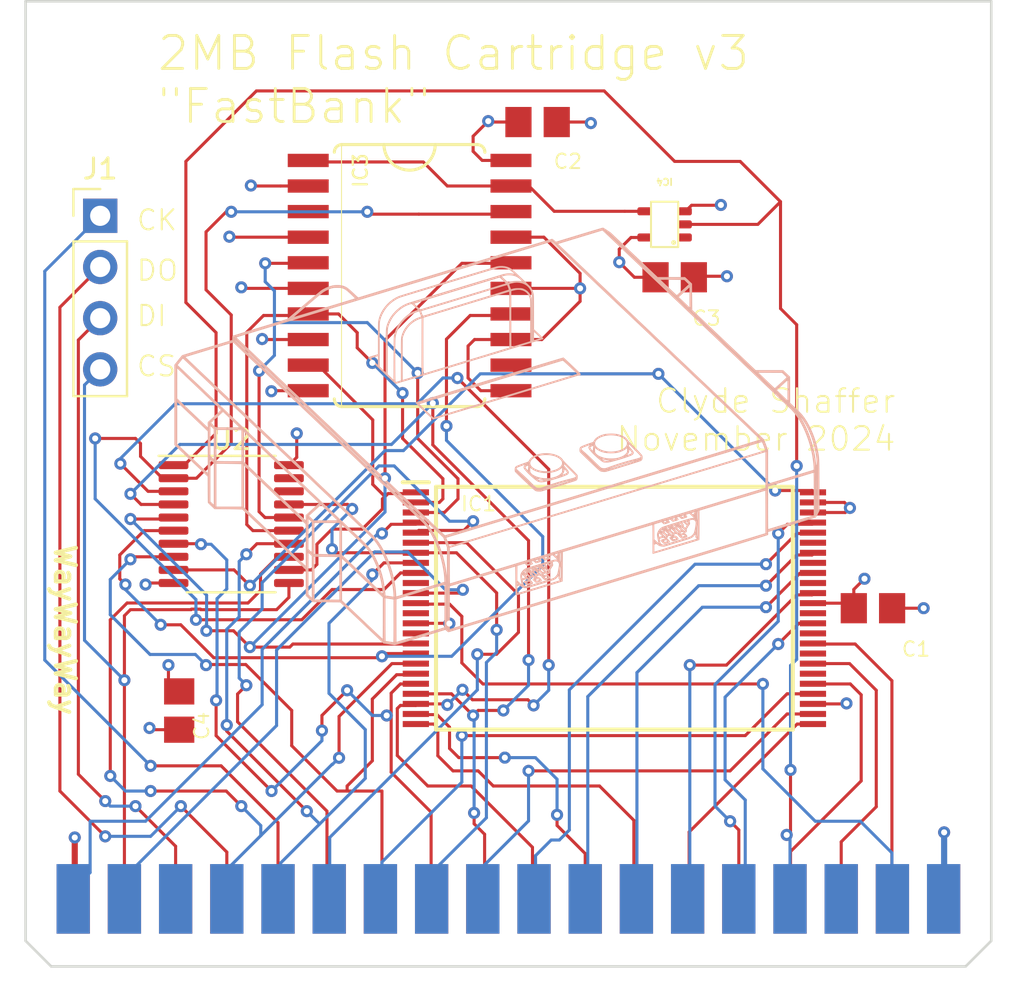
<source format=kicad_pcb>
(kicad_pcb (version 20221018) (generator pcbnew)
  (layers (0 "F.Cu" signal) (1 "In1.Cu" signal) (2 "In2.Cu" signal) (31 "B.Cu" signal) (34 "B.Paste" user) (35 "F.Paste" user) (36 "B.SilkS" user "B.Silkscreen") (37 "F.SilkS" user "F.Silkscreen") (38 "B.Mask" user) (39 "F.Mask" user) (44 "Edge.Cuts" user))
  (net 0 "")
  (net 1 "VCC")
  (net 2 "GND")
  (net 3 "/A16")
  (net 4 "/A-1")
  (net 5 "/D7")
  (net 7 "/D6")
  (net 9 "/D5")
  (net 11 "/D4")
  (net 13 "/D3")
  (net 15 "/D2")
  (net 17 "/D1")
  (net 19 "/D0")
  (net 20 "/~{OE}")
  (net 21 "/~{CS}")
  (net 22 "/A0")
  (net 23 "/A1")
  (net 24 "/A2")
  (net 25 "/A3")
  (net 26 "/A4")
  (net 27 "/A5")
  (net 28 "/A6")
  (net 29 "/A7")
  (net 30 "/A17")
  (net 31 "/A18")
  (net 32 "unconnected-(IC1-RY{slash}~{BY}-Pad15)")
  (net 34 "/~{RESET}")
  (net 35 "/~{WE}")
  (net 37 "/A19")
  (net 38 "/A8")
  (net 39 "/A9")
  (net 40 "/A10")
  (net 41 "/A11")
  (net 42 "/A12")
  (net 43 "/A13")
  (net 44 "/A14")
  (net 45 "/A15")
  (net 46 "/SCS")
  (net 47 "/SDI")
  (net 48 "/SDO")
  (net 49 "/SCK")
  (net 50 "/~{BANKING}")
  (net 52 "Net-(IC3A-G)")
  (net 56 "unconnected-(U$1B-READY-PadP$21)")
  (footprint "FlashCardBanked2M:C0805" (layer "F.Cu") (at 156.75 94.75)
    (fp_text reference "C3")
    (fp_text value "C-USC0805" hide)
  )
  (footprint "FlashCardBanked2M:C0805" (layer "F.Cu") (at 149.9489 87.0458)
    (fp_text reference "C2")
    (fp_text value "C-USC0805" hide)
  )
  (footprint "FlashCardBanked2M:C0805" (layer "F.Cu") (at 166.5859 111.1758)
    (fp_text reference "C1")
    (fp_text value "C-USC0805" hide)
  )
  (footprint "Package_SO:TSSOP-20_4.4x6.5mm_P0.65mm" (layer "F.Cu") (at 134.75 107)
    (fp_text reference "U2")
    (fp_text value "74HC374")
  )
  (footprint "Connector_PinHeader_2.54mm:PinHeader_1x04_P2.54mm_Vertical" (layer "F.Cu") (at 128.25 91.7)
    (fp_text reference "J1")
    (fp_text value "Conn_01x04")
  )
  (footprint "FlashCardBanked2M:SO20W" (layer "F.Cu") (at 143.5989 94.6658 -90)
    (fp_text reference "IC3")
    (fp_text value "74244DW")
  )
  (footprint "FlashCardBanked2M:SOP50P2000X120-48N" (layer "F.Cu") (at 153.7589 111.1758)
    (fp_text reference "IC1")
    (fp_text value "AS29CF160B-55TIN")
  )
  (footprint "FlashCardBanked2M:CARD36" (layer "F.Cu") (at 124.5489 128.9558)
    (fp_text reference "U$1" hide)
    (fp_text value "GT_CART3GT_CARD" hide)
    (fp_line (start 0 -47.9044) (end 0 -1.27) (stroke (width 0.127)) (layer "Edge.Cuts"))
    (fp_line (start 0 -1.27) (end 1.27 0) (stroke (width 0.127)) (layer "Edge.Cuts"))
    (fp_line (start 1.27 0) (end 46.6344 0) (stroke (width 0.127)) (layer "Edge.Cuts"))
    (fp_line (start 46.6344 0) (end 47.9044 -1.27) (stroke (width 0.127)) (layer "Edge.Cuts"))
    (fp_line (start 47.9044 -47.9044) (end 0 -47.9044) (stroke (width 0.127)) (layer "Edge.Cuts"))
    (fp_line (start 47.9044 -1.27) (end 47.9044 -47.9044) (stroke (width 0.127)) (layer "Edge.Cuts"))
  )
  (footprint "FlashCardBanked2M:TSSOP5" (layer "F.Cu") (at 156.25 92.1258 180)
    (fp_text reference "IC4")
    (fp_text value "74HC1G04GW")
  )
  (footprint "FlashCardBanked2M:C0805" (layer "F.Cu") (at 132.1689 116.2558 -90)
    (fp_text reference "C4")
    (fp_text value "C-USC0805" hide)
  )
  (footprint "FlashCardBanked2M:ConsoleOutline" (layer "B.Cu") (at 147.75 102.75 180)
    (fp_text reference "G***" hide)
    (fp_text value "LOGO" hide)
  )
  (gr_text "DI" (at 130 97.25) (layer "F.SilkS") (effects (font (size 1 1) (thickness 0.1)) (justify left bottom)))
  (gr_text "WayWayWay\n" (at 126.5 112.25 270) (layer "F.SilkS") (effects (font (size 1 1) (thickness 0.2) bold)))
  (gr_text "2MB Flash Cartridge v3\n{dblquote}FastBank{dblquote}" (at 131.0005 82.677) (layer "F.SilkS") (effects (font (size 1.63576 1.63576) (thickness 0.14224)) (justify left top)))
  (gr_text "CK" (at 130 92.5) (layer "F.SilkS") (effects (font (size 1 1) (thickness 0.1)) (justify left bottom)))
  (gr_text "DO" (at 130 95) (layer "F.SilkS") (effects (font (size 1 1) (thickness 0.1)) (justify left bottom)))
  (gr_text "Clyde Shaffer\nNovember 2024" (at 167.7797 103.4542) (layer "F.SilkS") (effects (font (size 1.1684 1.1684) (thickness 0.1016)) (justify right bottom)))
  (gr_text "CS" (at 130 99.75) (layer "F.SilkS") (effects (font (size 1 1) (thickness 0.1)) (justify left bottom)))
  (segment (start 146.5 98.1615) (end 146.8207 97.8408) (width 0.1524) (layer "F.Cu") (net 1))
  (segment (start 150.2608 92.7608) (end 148.6281 92.7608) (width 0.1524) (layer "F.Cu") (net 1))
  (segment (start 163.6089 110.9258) (end 165.3859 110.9258) (width 0.1524) (layer "F.Cu") (net 1))
  (segment (start 135.3008 95.3008) (end 138.5697 95.3008) (width 0.1524) (layer "F.Cu") (net 1))
  (segment (start 132.1689 115.3058) (end 131.6355 114.7724) (width 0.1524) (layer "F.Cu") (net 1))
  (segment (start 148.6281 88.9508) (end 147.2008 88.9508) (width 0.1524) (layer "F.Cu") (net 1))
  (segment (start 135.25 95.25) (end 135.3008 95.3008) (width 0.1524) (layer "F.Cu") (net 1))
  (segment (start 134.6835 92.7608) (end 134.6581 92.7354) (width 0.1524) (layer "F.Cu") (net 1))
  (segment (start 146.5 99.75) (end 146.5 98.1615) (width 0.1524) (layer "F.Cu") (net 1))
  (segment (start 165.3859 110.9258) (end 165.6359 111.1758) (width 0.1524) (layer "F.Cu") (net 1))
  (segment (start 135.7503 90.2208) (end 135.7249 90.1954) (width 0.1524) (layer "F.Cu") (net 1))
  (segment (start 146.75 88.5) (end 146.75 87.75) (width 0.1524) (layer "F.Cu") (net 1))
  (segment (start 137.6125 104.075) (end 138 103.6875) (width 0.1524) (layer "F.Cu") (net 1))
  (segment (start 152.0571 95.9429) (end 152.0571 95.3008) (width 0.1524) (layer "F.Cu") (net 1))
  (segment (start 138.5697 92.7608) (end 134.6835 92.7608) (width 0.1524) (layer "F.Cu") (net 1))
  (segment (start 146.8207 97.8408) (end 148.6281 97.8408) (width 0.1524) (layer "F.Cu") (net 1))
  (segment (start 148.6281 97.8408) (end 150.1592 97.8408) (width 0.1524) (layer "F.Cu") (net 1))
  (segment (start 126.9873 125.603) (end 126.9111 125.603) (width 0.1524) (layer "F.Cu") (net 1))
  (segment (start 148.6281 95.3008) (end 152.0571 95.3008) (width 0.1524) (layer "F.Cu") (net 1))
  (segment (start 146.75 87.75) (end 147.5 87) (width 0.1524) (layer "F.Cu") (net 1))
  (segment (start 147.1308 100.3808) (end 146.5 99.75) (width 0.1524) (layer "F.Cu") (net 1))
  (segment (start 131.6355 114.7724) (end 131.6355 114) (width 0.1524) (layer "F.Cu") (net 1))
  (segment (start 138.5697 90.2208) (end 137.1981 90.2208) (width 0.1524) (layer "F.Cu") (net 1))
  (segment (start 148.6281 100.3808) (end 147.1308 100.3808) (width 0.1524) (layer "F.Cu") (net 1))
  (segment (start 155.8 94.75) (end 154.75 94.75) (width 0.1524) (layer "F.Cu") (net 1))
  (segment (start 136.3091 97.8408) (end 136.2837 97.8154) (width 0.1524) (layer "F.Cu") (net 1))
  (segment (start 150.1592 97.8408) (end 152.0571 95.9429) (width 0.1524) (layer "F.Cu") (net 1))
  (segment (start 147.2008 88.9508) (end 146.75 88.5) (width 0.1524) (layer "F.Cu") (net 1))
  (segment (start 154 94) (end 154 93.3579) (width 0.1524) (layer "F.Cu") (net 1))
  (segment (start 154.5821 92.7758) (end 155.25 92.7758) (width 0.1524) (layer "F.Cu") (net 1))
  (segment (start 165.6359 111.1758) (end 165.6359 110.242919) (width 0.1524) (layer "F.Cu") (net 1))
  (segment (start 148.9989 87.0458) (end 147.5458 87.0458) (width 0.1524) (layer "F.Cu") (net 1))
  (segment (start 138.5697 97.8408) (end 136.3091 97.8408) (width 0.1524) (layer "F.Cu") (net 1))
  (segment (start 154 93.3579) (end 154.5821 92.7758) (width 0.1524) (layer "F.Cu") (net 1))
  (segment (start 145.5601 111.9258) (end 145.5721 111.9378) (width 0.1524) (layer "F.Cu") (net 1))
  (segment (start 154.75 94.75) (end 154 94) (width 0.1524) (layer "F.Cu") (net 1))
  (segment (start 152.0571 94.5571) (end 150.2608 92.7608) (width 0.1524) (layer "F.Cu") (net 1))
  (segment (start 152.0571 95.3008) (end 152.0571 94.5571) (width 0.1524) (layer "F.Cu") (net 1))
  (segment (start 126.9873 122.555) (end 126.9873 125.603) (width 0.3048) (layer "F.Cu") (net 1))
  (segment (start 147.5458 87.0458) (end 147.5 87) (width 0.1524) (layer "F.Cu") (net 1))
  (segment (start 165.6359 110.242919) (end 166.165159 109.71366) (width 0.1524) (layer "F.Cu") (net 1))
  (segment (start 137.1981 90.2208) (end 135.7503 90.2208) (width 0.1524) (layer "F.Cu") (net 1))
  (segment (start 143.9089 111.9258) (end 145.5601 111.9258) (width 0.1524) (layer "F.Cu") (net 1))
  (segment (start 138 103.6875) (end 138 102.5) (width 0.1524) (layer "F.Cu") (net 1))
  (via (at 126.9873 122.555) (size 0.6) (drill 0.3) (layers "F.Cu" "B.Cu") (net 1))
  (via (at 135.25 95.25) (size 0.6) (drill 0.3) (layers "F.Cu" "B.Cu") (net 1))
  (via (at 135.7249 90.1954) (size 0.6) (drill 0.3) (layers "F.Cu" "B.Cu") (net 1))
  (via (at 152.0571 95.3008) (size 0.6) (drill 0.3) (layers "F.Cu" "B.Cu") (net 1))
  (via (at 134.6581 92.7354) (size 0.6) (drill 0.3) (layers "F.Cu" "B.Cu") (net 1))
  (via (at 138 102.5) (size 0.6) (drill 0.3) (layers "F.Cu" "B.Cu") (net 1))
  (via (at 166.165159 109.71366) (size 0.6) (drill 0.3) (layers "F.Cu" "B.Cu") (net 1))
  (via (at 145.5721 111.9378) (size 0.6) (drill 0.3) (layers "F.Cu" "B.Cu") (net 1))
  (via (at 147.5 87) (size 0.6) (drill 0.3) (layers "F.Cu" "B.Cu") (net 1))
  (via (at 154 94) (size 0.6) (drill 0.3) (layers "F.Cu" "B.Cu") (net 1))
  (via (at 136.2837 97.8154) (size 0.6) (drill 0.3) (layers "F.Cu" "B.Cu") (net 1))
  (via (at 131.6355 114) (size 0.6) (drill 0.3) (layers "F.Cu" "B.Cu") (net 1))
  (segment (start 150.8989 87.0458) (end 152.5397 87.0458) (width 0.1524) (layer "F.Cu") (net 2))
  (segment (start 165.2465 115.9258) (end 165.2721 115.9002) (width 0.1524) (layer "F.Cu") (net 2))
  (segment (start 163.6089 106.4258) (end 165.2145 106.4258) (width 0.1524) (layer "F.Cu") (net 2))
  (segment (start 165.2145 106.4258) (end 165.4429 106.1974) (width 0.1524) (layer "F.Cu") (net 2))
  (segment (start 167.5359 111.1758) (end 169.1005 111.1758) (width 0.1524) (layer "F.Cu") (net 2))
  (segment (start 130.7821 117.2058) (end 130.6957 117.1194) (width 0.1524) (layer "F.Cu") (net 2))
  (segment (start 136.7663 100.3808) (end 136.7409 100.4062) (width 0.1524) (layer "F.Cu") (net 2))
  (segment (start 132.1689 117.2058) (end 130.7821 117.2058) (width 0.1524) (layer "F.Cu") (net 2))
  (segment (start 165.1713 105.9258) (end 163.6089 105.9258) (width 0.1524) (layer "F.Cu") (net 2))
  (segment (start 131.8875 109.925) (end 130.575 109.925) (width 0.1524) (layer "F.Cu") (net 2))
  (segment (start 163.6089 115.9258) (end 165.2465 115.9258) (width 0.1524) (layer "F.Cu") (net 2))
  (segment (start 130.575 109.925) (end 130.5 110) (width 0.1524) (layer "F.Cu") (net 2))
  (segment (start 157.7 94.75) (end 157.7508 94.6992) (width 0.1524) (layer "F.Cu") (net 2))
  (segment (start 152.5397 87.0458) (end 152.5905 87.0966) (width 0.1524) (layer "F.Cu") (net 2))
  (segment (start 157.2889 91.4758) (end 157.5889 91.1758) (width 0.1524) (layer "F.Cu") (net 2))
  (segment (start 157.5889 91.1758) (end 159.0269 91.1758) (width 0.1524) (layer "F.Cu") (net 2))
  (segment (start 157.7508 94.6992) (end 159.3408 94.6992) (width 0.1524) (layer "F.Cu") (net 2))
  (segment (start 159.0269 91.1758) (end 159.0421 91.1606) (width 0.1524) (layer "F.Cu") (net 2))
  (segment (start 138.5697 100.3808) (end 136.7663 100.3808) (width 0.1524) (layer "F.Cu") (net 2))
  (segment (start 165.4429 106.1974) (end 165.1713 105.9258) (width 0.1524) (layer "F.Cu") (net 2))
  (via (at 159.0421 91.1606) (size 0.6) (drill 0.3) (layers "F.Cu" "B.Cu") (net 2))
  (via (at 130.6957 117.1194) (size 0.6) (drill 0.3) (layers "F.Cu" "B.Cu") (net 2))
  (via (at 130.5 110) (size 0.6) (drill 0.3) (layers "F.Cu" "B.Cu") (net 2))
  (via (at 170.1165 122.301) (size 0.6) (drill 0.3) (layers "F.Cu" "B.Cu") (net 2))
  (via (at 165.4429 106.1974) (size 0.6) (drill 0.3) (layers "F.Cu" "B.Cu") (net 2))
  (via (at 165.2721 115.9002) (size 0.6) (drill 0.3) (layers "F.Cu" "B.Cu") (net 2))
  (via (at 136.7409 100.4062) (size 0.6) (drill 0.3) (layers "F.Cu" "B.Cu") (net 2))
  (via (at 159.3408 94.6992) (size 0.6) (drill 0.3) (layers "F.Cu" "B.Cu") (net 2))
  (via (at 152.5905 87.0966) (size 0.6) (drill 0.3) (layers "F.Cu" "B.Cu") (net 2))
  (via (at 169.1005 111.1758) (size 0.6) (drill 0.3) (layers "F.Cu" "B.Cu") (net 2))
  (segment (start 170.1165 125.5776) (end 170.0911 125.603) (width 0.1524) (layer "B.Cu") (net 2))
  (segment (start 170.1165 122.301) (end 170.1165 125.5776) (width 0.3048) (layer "B.Cu") (net 2))
  (segment (start 161.7345 105.3338) (end 163.5633 105.3338) (width 0.1524) (layer "F.Cu") (net 3))
  (segment (start 163.5633 105.3338) (end 163.6089 105.4258) (width 0.1524) (layer "F.Cu") (net 3))
  (segment (start 134.8909 109.275) (end 135.6741 110.0582) (width 0.1524) (layer "F.Cu") (net 3))
  (segment (start 148.9329 99.5426) (end 155.9433 99.5426) (width 0.1524) (layer "F.Cu") (net 3))
  (segment (start 148.6281 99.2378) (end 148.6281 99.1108) (width 0.1524) (layer "F.Cu") (net 3))
  (segment (start 131.8875 109.275) (end 134.8909 109.275) (width 0.1524) (layer "F.Cu") (net 3))
  (segment (start 148.6281 99.2378) (end 148.9329 99.5426) (width 0.1524) (layer "F.Cu") (net 3))
  (via (at 161.7345 105.3338) (size 0.6) (drill 0.3) (layers "F.Cu" "B.Cu") (net 3))
  (via (at 155.9433 99.5426) (size 0.6) (drill 0.3) (layers "F.Cu" "B.Cu") (net 3))
  (via (at 135.6741 110.0582) (size 0.6) (drill 0.3) (layers "F.Cu" "B.Cu") (net 3))
  (segment (start 147.1041 99.5426) (end 143.2941 103.3526) (width 0.1524) (layer "B.Cu") (net 3))
  (segment (start 142.3797 103.3526) (end 135.6741 110.0582) (width 0.1524) (layer "B.Cu") (net 3))
  (segment (start 155.9433 99.5426) (end 161.7345 105.3338) (width 0.1524) (layer "B.Cu") (net 3))
  (segment (start 155.9433 99.5426) (end 147.1041 99.5426) (width 0.1524) (layer "B.Cu") (net 3))
  (segment (start 143.2941 103.3526) (end 142.3797 103.3526) (width 0.1524) (layer "B.Cu") (net 3))
  (segment (start 161.8869 107.4674) (end 162.3441 107.0102) (width 0.1524) (layer "F.Cu") (net 4))
  (segment (start 163.5633 107.0102) (end 163.6089 106.9258) (width 0.1524) (layer "F.Cu") (net 4))
  (segment (start 159.9311 122.1811) (end 159.9311 125.603) (width 0.1524) (layer "F.Cu") (net 4))
  (segment (start 159.5 121.75) (end 159.9311 122.1811) (width 0.1524) (layer "F.Cu") (net 4))
  (segment (start 162.3441 107.0102) (end 163.5633 107.0102) (width 0.1524) (layer "F.Cu") (net 4))
  (via (at 161.8869 107.4674) (size 0.6) (drill 0.3) (layers "F.Cu" "B.Cu") (net 4))
  (via (at 159.5 121.75) (size 0.6) (drill 0.3) (layers "F.Cu" "B.Cu") (net 4))
  (segment (start 161.8869 111.82625) (end 161.8869 107.4674) (width 0.1524) (layer "B.Cu") (net 4))
  (segment (start 158.75 114.96315) (end 161.8869 111.82625) (width 0.1524) (layer "B.Cu") (net 4))
  (segment (start 158.75 121) (end 158.75 114.96315) (width 0.1524) (layer "B.Cu") (net 4))
  (segment (start 159.5 121.75) (end 158.75 121) (width 0.1524) (layer "B.Cu") (net 4))
  (segment (start 163.5633 107.4674) (end 163.6089 107.4258) (width 0.1524) (layer "F.Cu") (net 5))
  (segment (start 161.2773 108.9914) (end 162.8013 107.4674) (width 0.1524) (layer "F.Cu") (net 5))
  (segment (start 162.8013 107.4674) (end 163.5633 107.4674) (width 0.1524) (layer "F.Cu") (net 5))
  (via (at 161.2773 108.9914) (size 0.6) (drill 0.3) (layers "F.Cu" "B.Cu") (net 5))
  (segment (start 151.027527 122.682) (end 151.5237 122.185827) (width 0.1524) (layer "B.Cu") (net 5))
  (segment (start 149.8473 125.603) (end 149.8473 123.4567) (width 0.1524) (layer "B.Cu") (net 5))
  (segment (start 149.8473 123.4567) (end 150.622 122.682) (width 0.1524) (layer "B.Cu") (net 5))
  (segment (start 149.7711 125.603) (end 149.8473 125.603) (width 0.1524) (layer "B.Cu") (net 5))
  (segment (start 151.5237 115.2263) (end 157.7586 108.9914) (width 0.1524) (layer "B.Cu") (net 5))
  (segment (start 151.5237 122.185827) (end 151.5237 115.2263) (width 0.1524) (layer "B.Cu") (net 5))
  (segment (start 150.622 122.682) (end 151.027527 122.682) (width 0.1524) (layer "B.Cu") (net 5))
  (segment (start 157.7586 108.9914) (end 161.2773 108.9914) (width 0.1524) (layer "B.Cu") (net 5))
  (segment (start 162.8013 108.5342) (end 163.5633 108.5342) (width 0.1524) (layer "F.Cu") (net 7))
  (segment (start 161.2773 110.0582) (end 162.8013 108.5342) (width 0.1524) (layer "F.Cu") (net 7))
  (segment (start 163.5633 108.5342) (end 163.6089 108.4258) (width 0.1524) (layer "F.Cu") (net 7))
  (via (at 161.2773 110.0582) (size 0.6) (drill 0.3) (layers "F.Cu" "B.Cu") (net 7))
  (segment (start 152.3111 125.603) (end 152.4381 125.603) (width 0.1524) (layer "B.Cu") (net 7))
  (segment (start 152.4381 125.603) (end 152.4381 115.5619) (width 0.1524) (layer "B.Cu") (net 7))
  (segment (start 157.9418 110.0582) (end 161.2773 110.0582) (width 0.1524) (layer "B.Cu") (net 7))
  (segment (start 152.4381 115.5619) (end 157.9418 110.0582) (width 0.1524) (layer "B.Cu") (net 7))
  (segment (start 163.5633 109.4486) (end 163.6089 109.4258) (width 0.1524) (layer "F.Cu") (net 9))
  (segment (start 161.2773 111.125) (end 162.9537 109.4486) (width 0.1524) (layer "F.Cu") (net 9))
  (segment (start 162.9537 109.4486) (end 163.5633 109.4486) (width 0.1524) (layer "F.Cu") (net 9))
  (via (at 161.2773 111.125) (size 0.6) (drill 0.3) (layers "F.Cu" "B.Cu") (net 9))
  (segment (start 154.8511 125.603) (end 154.8765 125.603) (width 0.1524) (layer "B.Cu") (net 9))
  (segment (start 154.8765 125.603) (end 154.8765 114.3735) (width 0.1524) (layer "B.Cu") (net 9))
  (segment (start 154.8765 114.3735) (end 158.125 111.125) (width 0.1524) (layer "B.Cu") (net 9))
  (segment (start 158.125 111.125) (end 161.2773 111.125) (width 0.1524) (layer "B.Cu") (net 9))
  (segment (start 157.5 114) (end 159.3167 114) (width 0.1524) (layer "F.Cu") (net 11))
  (segment (start 162.8013 110.5154) (end 163.5633 110.5154) (width 0.1524) (layer "F.Cu") (net 11))
  (segment (start 159.3167 114) (end 162.8013 110.5154) (width 0.1524) (layer "F.Cu") (net 11))
  (segment (start 163.5633 110.5154) (end 163.6089 110.4258) (width 0.1524) (layer "F.Cu") (net 11))
  (via (at 157.5 114) (size 0.6) (drill 0.3) (layers "F.Cu" "B.Cu") (net 11))
  (segment (start 157.5 125.603) (end 157.3911 125.603) (width 0.1524) (layer "B.Cu") (net 11))
  (segment (start 157.5 114) (end 157.5 125.603) (width 0.1524) (layer "B.Cu") (net 11))
  (segment (start 162.9149 111.9258) (end 163.6089 111.9258) (width 0.1524) (layer "F.Cu") (net 13))
  (segment (start 161.8869 112.9538) (end 162.9149 111.9258) (width 0.1524) (layer "F.Cu") (net 13))
  (via (at 161.8869 112.9538) (size 0.6) (drill 0.3) (layers "F.Cu" "B.Cu") (net 13))
  (segment (start 160.25 120.694377) (end 159.25 119.694377) (width 0.1524) (layer "B.Cu") (net 13))
  (segment (start 159.9311 125.603) (end 160.25 125.2841) (width 0.1524) (layer "B.Cu") (net 13))
  (segment (start 159.25 119.694377) (end 159.25 115.5907) (width 0.1524) (layer "B.Cu") (net 13))
  (segment (start 160.25 125.2841) (end 160.25 120.694377) (width 0.1524) (layer "B.Cu") (net 13))
  (segment (start 159.25 115.5907) (end 161.8869 112.9538) (width 0.1524) (layer "B.Cu") (net 13))
  (segment (start 165.7038 112.9538) (end 163.7157 112.9538) (width 0.1524) (layer "F.Cu") (net 15))
  (segment (start 167.5257 125.603) (end 167.5257 114.7757) (width 0.1524) (layer "F.Cu") (net 15))
  (segment (start 163.7157 112.9538) (end 163.6089 112.9258) (width 0.1524) (layer "F.Cu") (net 15))
  (segment (start 167.5511 125.603) (end 167.5257 125.603) (width 0.1524) (layer "F.Cu") (net 15))
  (segment (start 167.5257 114.7757) (end 165.7038 112.9538) (width 0.1524) (layer "F.Cu") (net 15))
  (segment (start 166.75 121.032) (end 166.75 115.25) (width 0.1524) (layer "F.Cu") (net 17))
  (segment (start 165.0111 125.603) (end 165.0111 122.7709) (width 0.1524) (layer "F.Cu") (net 17))
  (segment (start 165.4258 113.9258) (end 163.6089 113.9258) (width 0.1524) (layer "F.Cu") (net 17))
  (segment (start 165.0111 122.7709) (end 166.75 121.032) (width 0.1524) (layer "F.Cu") (net 17))
  (segment (start 166.75 115.25) (end 165.4258 113.9258) (width 0.1524) (layer "F.Cu") (net 17))
  (segment (start 166.0017 119.7483) (end 166.0017 115.47435) (width 0.1524) (layer "F.Cu") (net 19))
  (segment (start 162.4965 123.2535) (end 166.0017 119.7483) (width 0.1524) (layer "F.Cu") (net 19))
  (segment (start 162.4965 125.603) (end 162.4965 123.2535) (width 0.1524) (layer "F.Cu") (net 19))
  (segment (start 166.0017 115.47435) (end 165.46235 114.935) (width 0.1524) (layer "F.Cu") (net 19))
  (segment (start 162.4711 125.603) (end 162.4965 125.603) (width 0.1524) (layer "F.Cu") (net 19))
  (segment (start 165.46235 114.935) (end 163.7157 114.935) (width 0.1524) (layer "F.Cu") (net 19))
  (segment (start 163.7157 114.935) (end 163.6089 114.9258) (width 0.1524) (layer "F.Cu") (net 19))
  (segment (start 160.25 117.5) (end 162.3242 115.4258) (width 0.1524) (layer "F.Cu") (net 20))
  (segment (start 162.3242 115.4258) (end 163.6089 115.4258) (width 0.1524) (layer "F.Cu") (net 20))
  (segment (start 146.1897 117.5) (end 160.25 117.5) (width 0.1524) (layer "F.Cu") (net 20))
  (via (at 146.1897 117.5) (size 0.6) (drill 0.3) (layers "F.Cu" "B.Cu") (net 20))
  (segment (start 142.2273 123.7742) (end 142.2273 125.603) (width 0.1524) (layer "B.Cu") (net 20))
  (segment (start 142.2273 125.603) (end 142.1511 125.603) (width 0.1524) (layer "B.Cu") (net 20))
  (segment (start 146.1897 117.5) (end 146.1897 119.8118) (width 0.1524) (layer "B.Cu") (net 20))
  (segment (start 146.1897 119.8118) (end 142.2273 123.7742) (width 0.1524) (layer "B.Cu") (net 20))
  (segment (start 162.3242 116.4258) (end 163.6089 116.4258) (width 0.1524) (layer "F.Cu") (net 21))
  (segment (start 149.5 119.25) (end 159.5 119.25) (width 0.1524) (layer "F.Cu") (net 21))
  (segment (start 159.5 119.25) (end 162.3242 116.4258) (width 0.1524) (layer "F.Cu") (net 21))
  (via (at 149.5 119.25) (size 0.6) (drill 0.3) (layers "F.Cu" "B.Cu") (net 21))
  (segment (start 149.5 121.7339) (end 147.2565 123.9774) (width 0.1524) (layer "B.Cu") (net 21))
  (segment (start 149.5 119.25) (end 149.5 121.7339) (width 0.1524) (layer "B.Cu") (net 21))
  (segment (start 147.2565 125.603) (end 147.2311 125.603) (width 0.1524) (layer "B.Cu") (net 21))
  (segment (start 147.2565 123.9774) (end 147.2565 125.603) (width 0.1524) (layer "B.Cu") (net 21))
  (segment (start 157.3911 125.603) (end 157.4673 125.603) (width 0.1524) (layer "F.Cu") (net 22))
  (segment (start 157.4673 122.2827) (end 162.8242 116.9258) (width 0.1524) (layer "F.Cu") (net 22))
  (segment (start 162.8242 116.9258) (end 163.6089 116.9258) (width 0.1524) (layer "F.Cu") (net 22))
  (segment (start 157.4673 125.603) (end 157.4673 122.2827) (width 0.1524) (layer "F.Cu") (net 22))
  (segment (start 153.02 120) (end 147.75 120) (width 0.1524) (layer "F.Cu") (net 23))
  (segment (start 154.7241 125.603) (end 154.7241 121.7041) (width 0.1524) (layer "F.Cu") (net 23))
  (segment (start 144.8008 116.9258) (end 143.9089 116.9258) (width 0.1524) (layer "F.Cu") (net 23))
  (segment (start 145.75 119.25) (end 145 118.5) (width 0.1524) (layer "F.Cu") (net 23))
  (segment (start 154.7241 121.7041) (end 153.02 120) (width 0.1524) (layer "F.Cu") (net 23))
  (segment (start 154.8511 125.603) (end 154.7241 125.603) (width 0.1524) (layer "F.Cu") (net 23))
  (segment (start 145 118.5) (end 145 117.125) (width 0.1524) (layer "F.Cu") (net 23))
  (segment (start 147 119.25) (end 145.75 119.25) (width 0.1524) (layer "F.Cu") (net 23))
  (segment (start 145 117.125) (end 144.8008 116.9258) (width 0.1524) (layer "F.Cu") (net 23))
  (segment (start 147.75 120) (end 147 119.25) (width 0.1524) (layer "F.Cu") (net 23))
  (segment (start 144.0561 116.459) (end 143.9089 116.4258) (width 0.1524) (layer "F.Cu") (net 24))
  (segment (start 152.3111 123.3551) (end 152.3111 125.603) (width 0.1524) (layer "F.Cu") (net 24))
  (segment (start 150.9141 121.4321) (end 150.9141 121.9581) (width 0.1524) (layer "F.Cu") (net 24))
  (segment (start 145.5801 118.1354) (end 145.5801 117.0801) (width 0.1524) (layer "F.Cu") (net 24))
  (segment (start 144.959 116.459) (end 144.0561 116.459) (width 0.1524) (layer "F.Cu") (net 24))
  (segment (start 148.3233 118.5926) (end 146.0373 118.5926) (width 0.1524) (layer "F.Cu") (net 24))
  (segment (start 145.5801 117.0801) (end 144.959 116.459) (width 0.1524) (layer "F.Cu") (net 24))
  (segment (start 150.9141 121.9581) (end 152.3111 123.3551) (width 0.1524) (layer "F.Cu") (net 24))
  (segment (start 146.0373 118.5926) (end 145.5801 118.1354) (width 0.1524) (layer "F.Cu") (net 24))
  (via (at 148.3233 118.5926) (size 0.6) (drill 0.3) (layers "F.Cu" "B.Cu") (net 24))
  (via (at 150.9141 121.4321) (size 0.6) (drill 0.3) (layers "F.Cu" "B.Cu") (net 24))
  (segment (start 150.9141 119.6641) (end 149.8426 118.5926) (width 0.1524) (layer "B.Cu") (net 24))
  (segment (start 150.9141 121.4321) (end 150.9141 119.6641) (width 0.1524) (layer "B.Cu") (net 24))
  (segment (start 149.8426 118.5926) (end 148.3233 118.5926) (width 0.1524) (layer "B.Cu") (net 24))
  (segment (start 149.7711 125.603) (end 149.6949 125.603) (width 0.1524) (layer "F.Cu") (net 25))
  (segment (start 145.4258 115.9258) (end 143.9089 115.9258) (width 0.1524) (layer "F.Cu") (net 25))
  (segment (start 130.625 105.375) (end 131.8875 105.375) (width 0.1524) (layer "F.Cu") (net 25))
  (segment (start 149.75 116) (end 149.4714 115.7214) (width 0.1524) (layer "F.Cu") (net 25))
  (segment (start 129.25 104) (end 130.625 105.375) (width 0.1524) (layer "F.Cu") (net 25))
  (segment (start 145.9719 99.75) (end 150.5 104.2781) (width 0.1524) (layer "F.Cu") (net 25))
  (segment (start 142.9893 116.1542) (end 143.1417 116.0018) (width 0.1524) (layer "F.Cu") (net 25))
  (segment (start 146.65095 120) (end 144.5 120) (width 0.1524) (layer "F.Cu") (net 25))
  (segment (start 143.9037 116.0018) (end 143.9089 115.9258) (width 0.1524) (layer "F.Cu") (net 25))
  (segment (start 145.472326 115.972326) (end 145.4258 115.9258) (width 0.1524) (layer "F.Cu") (net 25))
  (segment (start 149.4714 115.7214) (end 146.718248 115.7214) (width 0.1524) (layer "F.Cu") (net 25))
  (segment (start 149.6949 125.603) (end 149.6949 123.04395) (width 0.1524) (layer "F.Cu") (net 25))
  (segment (start 149.6949 123.04395) (end 146.65095 120) (width 0.1524) (layer "F.Cu") (net 25))
  (segment (start 143.1417 116.0018) (end 143.9037 116.0018) (width 0.1524) (layer "F.Cu") (net 25))
  (segment (start 144.5 120) (end 142.9893 118.4893) (width 0.1524) (layer "F.Cu") (net 25))
  (segment (start 142.9893 118.4893) (end 142.9893 116.1542) (width 0.1524) (layer "F.Cu") (net 25))
  (segment (start 150.5 104.2781) (end 150.5 114) (width 0.1524) (layer "F.Cu") (net 25))
  (segment (start 146.718248 115.7214) (end 146.22075 115.223902) (width 0.1524) (layer "F.Cu") (net 25))
  (via (at 149.75 116) (size 0.6) (drill 0.3) (layers "F.Cu" "B.Cu") (net 25))
  (via (at 150.5 114) (size 0.6) (drill 0.3) (layers "F.Cu" "B.Cu") (net 25))
  (via (at 129.25 104) (size 0.6) (drill 0.3) (layers "F.Cu" "B.Cu") (net 25))
  (via (at 145.9719 99.75) (size 0.6) (drill 0.3) (layers "F.Cu" "B.Cu") (net 25))
  (via (at 146.22075 115.223902) (size 0.6) (drill 0.3) (layers "F.Cu" "B.Cu") (net 25))
  (via (at 145.472326 115.972326) (size 0.6) (drill 0.3) (layers "F.Cu" "B.Cu") (net 25))
  (segment (start 143.9714 101.0286) (end 145.25 99.75) (width 0.1524) (layer "B.Cu") (net 25))
  (segment (start 146.22075 115.223902) (end 145.472326 115.972326) (width 0.1524) (layer "B.Cu") (net 25))
  (segment (start 129.25 103.75) (end 131.9714 101.0286) (width 0.1524) (layer "B.Cu") (net 25))
  (segment (start 129.25 104) (end 129.25 103.75) (width 0.1524) (layer "B.Cu") (net 25))
  (segment (start 145.25 99.75) (end 145.9719 99.75) (width 0.1524) (layer "B.Cu") (net 25))
  (segment (start 131.9714 101.0286) (end 143.9714 101.0286) (width 0.1524) (layer "B.Cu") (net 25))
  (segment (start 150.5 114) (end 150.5 115.25) (width 0.1524) (layer "B.Cu") (net 25))
  (segment (start 150.5 115.25) (end 149.75 116) (width 0.1524) (layer "B.Cu") (net 25))
  (segment (start 144.75 103.068948) (end 149.5 107.818948) (width 0.1524) (layer "F.Cu") (net 26))
  (segment (start 149.5 107.818948) (end 149.5 113.75) (width 0.1524) (layer "F.Cu") (net 26))
  (segment (start 131.8875 106.025) (end 130.275 106.025) (width 0.1524) (layer "F.Cu") (net 26))
  (segment (start 148.25 116.25) (end 147 116.25) (width 0.1524) (layer "F.Cu") (net 26))
  (segment (start 147.1041 125.603) (end 147.32 125.3871) (width 0.1524) (layer "F.Cu") (net 26))
  (segment (start 147.2311 125.603) (end 147.1041 125.603) (width 0.1524) (layer "F.Cu") (net 26))
  (segment (start 146.7993 121.87555) (end 146.7993 121.3358) (width 0.1524) (layer "F.Cu") (net 26))
  (segment (start 145.6758 115.4258) (end 143.9089 115.4258) (width 0.1524) (layer "F.Cu") (net 26))
  (segment (start 146.75 116.5) (end 145.6758 115.4258) (width 0.1524) (layer "F.Cu") (net 26))
  (segment (start 147.32 122.39625) (end 146.7993 121.87555) (width 0.1524) (layer "F.Cu") (net 26))
  (segment (start 130.275 106.025) (end 129.75 105.5) (width 0.1524) (layer "F.Cu") (net 26))
  (segment (start 147 116.25) (end 146.75 116.5) (width 0.1524) (layer "F.Cu") (net 26))
  (segment (start 147.32 125.3871) (end 147.32 122.39625) (width 0.1524) (layer "F.Cu") (net 26))
  (segment (start 144.75 101) (end 144.75 103.068948) (width 0.1524) (layer "F.Cu") (net 26))
  (via (at 148.25 116.25) (size 0.6) (drill 0.3) (layers "F.Cu" "B.Cu") (net 26))
  (via (at 144.75 101) (size 0.6) (drill 0.3) (layers "F.Cu" "B.Cu") (net 26))
  (via (at 146.75 116.5) (size 0.6) (drill 0.3) (layers "F.Cu" "B.Cu") (net 26))
  (via (at 149.5 113.75) (size 0.6) (drill 0.3) (layers "F.Cu" "B.Cu") (net 26))
  (via (at 129.75 105.5) (size 0.6) (drill 0.3) (layers "F.Cu" "B.Cu") (net 26))
  (via (at 146.7993 121.3358) (size 0.6) (drill 0.3) (layers "F.Cu" "B.Cu") (net 26))
  (segment (start 149.5 115) (end 148.25 116.25) (width 0.1524) (layer "B.Cu") (net 26))
  (segment (start 146.75 116.5) (end 146.7993 116.5493) (width 0.1524) (layer "B.Cu") (net 26))
  (segment (start 132.2022 103.0478) (end 142.7022 103.0478) (width 0.1524) (layer "B.Cu") (net 26))
  (segment (start 142.7022 103.0478) (end 144.75 101) (width 0.1524) (layer "B.Cu") (net 26))
  (segment (start 149.5 113.75) (end 149.5 115) (width 0.1524) (layer "B.Cu") (net 26))
  (segment (start 129.75 105.5) (end 132.2022 103.0478) (width 0.1524) (layer "B.Cu") (net 26))
  (segment (start 146.7993 116.5493) (end 146.7993 121.3358) (width 0.1524) (layer "B.Cu") (net 26))
  (segment (start 142.6845 115.3922) (end 143.1417 114.935) (width 0.1524) (layer "F.Cu") (net 27))
  (segment (start 139.25 117.25) (end 139.25 116.5) (width 0.1524) (layer "F.Cu") (net 27))
  (segment (start 143.1417 114.935) (end 143.9037 114.935) (width 0.1524) (layer "F.Cu") (net 27))
  (segment (start 144.6911 125.603) (end 144.6657 125.603) (width 0.1524) (layer "F.Cu") (net 27))
  (segment (start 144.6657 125.603) (end 144.6657 121.2977) (width 0.1524) (layer "F.Cu") (net 27))
  (segment (start 133.225 107.975) (end 133.25 108) (width 0.1524) (layer "F.Cu") (net 27))
  (segment (start 134 115.75) (end 134 117.5) (width 0.1524) (layer "F.Cu") (net 27))
  (segment (start 139.25 116.5) (end 140.5 115.25) (width 0.1524) (layer "F.Cu") (net 27))
  (segment (start 134 117.5) (end 136.75 120.25) (width 0.1524) (layer "F.Cu") (net 27))
  (segment (start 131.8875 107.975) (end 133.225 107.975) (width 0.1524) (layer "F.Cu") (net 27))
  (segment (start 142.6845 119.3165) (end 142.6845 115.3922) (width 0.1524) (layer "F.Cu") (net 27))
  (segment (start 144.6657 121.2977) (end 142.6845 119.3165) (width 0.1524) (layer "F.Cu") (net 27))
  (segment (start 143.9037 114.935) (end 143.9089 114.9258) (width 0.1524) (layer "F.Cu") (net 27))
  (via (at 139.25 117.25) (size 0.6) (drill 0.3) (layers "F.Cu" "B.Cu") (net 27))
  (via (at 134 115.75) (size 0.6) (drill 0.3) (layers "F.Cu" "B.Cu") (net 27))
  (via (at 142.4612 116.5) (size 0.6) (drill 0.3) (layers "F.Cu" "B.Cu") (net 27))
  (via (at 140.5 115.25) (size 0.6) (drill 0.3) (layers "F.Cu" "B.Cu") (net 27))
  (via (at 133.25 108) (size 0.6) (drill 0.3) (layers "F.Cu" "B.Cu") (net 27))
  (via (at 136.75 120.25) (size 0.6) (drill 0.3) (layers "F.Cu" "B.Cu") (net 27))
  (segment (start 136.75 120.25) (end 139.25 117.75) (width 0.1524) (layer "B.Cu") (net 27))
  (segment (start 140.5 115.25) (end 141.75 116.5) (width 0.1524) (layer "B.Cu") (net 27))
  (segment (start 133.25 108) (end 133.75 108) (width 0.1524) (layer "B.Cu") (net 27))
  (segment (start 133.75 108) (end 134.5286 108.7786) (width 0.1524) (layer "B.Cu") (net 27))
  (segment (start 134.5286 110.220177) (end 134.045551 110.703226) (width 0.1524) (layer "B.Cu") (net 27))
  (segment (start 141.75 116.5) (end 142.4612 116.5) (width 0.1524) (layer "B.Cu") (net 27))
  (segment (start 139.25 117.75) (end 139.25 117.25) (width 0.1524) (layer "B.Cu") (net 27))
  (segment (start 134.045551 110.703226) (end 134.045551 115.704449) (width 0.1524) (layer "B.Cu") (net 27))
  (segment (start 134.045551 115.704449) (end 134 115.75) (width 0.1524) (layer "B.Cu") (net 27))
  (segment (start 134.5286 108.7786) (end 134.5286 110.220177) (width 0.1524) (layer "B.Cu") (net 27))
  (segment (start 133.5 114) (end 133.5286 113.9714) (width 0.1524) (layer "F.Cu") (net 28))
  (segment (start 140 120.25) (end 140.5 120.25) (width 0.1524) (layer "F.Cu") (net 28))
  (segment (start 135.4714 113.9714) (end 137.75 116.25) (width 0.1524) (layer "F.Cu") (net 28))
  (segment (start 142.1511 125.603) (end 142.2273 125.603) (width 0.1524) (layer "F.Cu") (net 28))
  (segment (start 141.75 118.75) (end 140.5 120) (width 0.1524) (layer "F.Cu") (net 28))
  (segment (start 142.95695 114.4778) (end 141.75 115.68475) (width 0.1524) (layer "F.Cu") (net 28))
  (segment (start 141.75 115.68475) (end 141.75 118.75) (width 0.1524) (layer "F.Cu") (net 28))
  (segment (start 129.875 108.625) (end 129.75 108.75) (width 0.1524) (layer "F.Cu") (net 28))
  (segment (start 137.75 118) (end 140 120.25) (width 0.1524) (layer "F.Cu") (net 28))
  (segment (start 143.9089 114.4258) (end 143.9037 114.4778) (width 0.1524) (layer "F.Cu") (net 28))
  (segment (start 133.5286 113.9714) (end 135.4714 113.9714) (width 0.1524) (layer "F.Cu") (net 28))
  (segment (start 140.5 120) (end 140.5 120.25) (width 0.1524) (layer "F.Cu") (net 28))
  (segment (start 143.9037 114.4778) (end 142.95695 114.4778) (width 0.1524) (layer "F.Cu") (net 28))
  (segment (start 140.5 120.25) (end 142.2273 120.25) (width 0.1524) (layer "F.Cu") (net 28))
  (segment (start 131.8875 108.625) (end 129.875 108.625) (width 0.1524) (layer "F.Cu") (net 28))
  (segment (start 137.75 116.25) (end 137.75 118) (width 0.1524) (layer "F.Cu") (net 28))
  (segment (start 142.2273 125.603) (end 142.2273 120.25) (width 0.1524) (layer "F.Cu") (net 28))
  (via (at 129.75 108.75) (size 0.6) (drill 0.3) (layers "F.Cu" "B.Cu") (net 28))
  (via (at 133.5 114) (size 0.6) (drill 0.3) (layers "F.Cu" "B.Cu") (net 28))
  (segment (start 132.9714 113.4714) (end 130.7214 113.4714) (width 0.1524) (layer "B.Cu") (net 28))
  (segment (start 128.75 111.5) (end 128.75 109.75) (width 0.1524) (layer "B.Cu") (net 28))
  (segment (start 133.5 114) (end 132.9714 113.4714) (width 0.1524) (layer "B.Cu") (net 28))
  (segment (start 130.7214 113.4714) (end 128.75 111.5) (width 0.1524) (layer "B.Cu") (net 28))
  (segment (start 128.75 109.75) (end 129.75 108.75) (width 0.1524) (layer "B.Cu") (net 28))
  (segment (start 129.5834 110.9166) (end 128.75 111.75) (width 0.1524) (layer "F.Cu") (net 29))
  (segment (start 134.5 120.25) (end 135.25 121) (width 0.1524) (layer "F.Cu") (net 29))
  (segment (start 140.1 118.6) (end 140.1 116.548845) (width 0.1524) (layer "F.Cu") (net 29))
  (segment (start 135.5834 110.9166) (end 129.5834 110.9166) (width 0.1524) (layer "F.Cu") (net 29))
  (segment (start 128.75 111.75) (end 128.75 119.5) (width 0.1524) (layer "F.Cu") (net 29))
  (segment (start 136.2027 110.2973) (end 135.5834 110.9166) (width 0.1524) (layer "F.Cu") (net 29))
  (segment (start 140.1 116.548845) (end 142.723045 113.9258) (width 0.1524) (layer "F.Cu") (net 29))
  (segment (start 136.2027 109.482589) (end 136.2027 110.2973) (width 0.1524) (layer "F.Cu") (net 29))
  (segment (start 137.060289 108.625) (end 136.2027 109.482589) (width 0.1524) (layer "F.Cu") (net 29))
  (segment (start 142.723045 113.9258) (end 143.9089 113.9258) (width 0.1524) (layer "F.Cu") (net 29))
  (segment (start 137.6125 108.625) (end 137.060289 108.625) (width 0.1524) (layer "F.Cu") (net 29))
  (segment (start 130.75 120.25) (end 134.5 120.25) (width 0.1524) (layer "F.Cu") (net 29))
  (via (at 128.75 119.5) (size 0.6) (drill 0.3) (layers "F.Cu" "B.Cu") (net 29))
  (via (at 140.1 118.6) (size 0.6) (drill 0.3) (layers "F.Cu" "B.Cu") (net 29))
  (via (at 130.75 120.25) (size 0.6) (drill 0.3) (layers "F.Cu" "B.Cu") (net 29))
  (via (at 135.25 121) (size 0.6) (drill 0.3) (layers "F.Cu" "B.Cu") (net 29))
  (segment (start 136.214975 121.964975) (end 136.214975 122.464975) (width 0.1524) (layer "B.Cu") (net 29))
  (segment (start 136.214975 122.464975) (end 134.6073 124.07265) (width 0.1524) (layer "B.Cu") (net 29))
  (segment (start 139.77005 118.92995) (end 139.75 118.92995) (width 0.1524) (layer "B.Cu") (net 29))
  (segment (start 134.6073 124.07265) (end 134.6073 125.603) (width 0.1524) (layer "B.Cu") (net 29))
  (segment (start 129.5 120.25) (end 130.75 120.25) (width 0.1524) (layer "B.Cu") (net 29))
  (segment (start 128.75 119.5) (end 129.5 120.25) (width 0.1524) (layer "B.Cu") (net 29))
  (segment (start 134.6073 125.603) (end 134.5311 125.603) (width 0.1524) (layer "B.Cu") (net 29))
  (segment (start 135.25 121) (end 136.214975 121.964975) (width 0.1524) (layer "B.Cu") (net 29))
  (segment (start 139.75 118.92995) (end 136.214975 122.464975) (width 0.1524) (layer "B.Cu") (net 29))
  (segment (start 140.1 118.6) (end 139.77005 118.92995) (width 0.1524) (layer "B.Cu") (net 29))
  (segment (start 133.882354 113.6348) (end 142.1559 113.6348) (width 0.1524) (layer "F.Cu") (net 30))
  (segment (start 145.4277 102.1334) (end 145.4277 97.8223) (width 0.1524) (layer "F.Cu") (net 30))
  (segment (start 146.603 96.647) (end 148.6281 96.647) (width 0.1524) (layer "F.Cu") (net 30))
  (segment (start 129.5 110) (end 129.2214 109.7214) (width 0.1524) (layer "F.Cu") (net 30))
  (segment (start 142.2273 113.5634) (end 142.3649 113.4258) (width 0.1524) (layer "F.Cu") (net 30))
  (segment (start 131.25 112) (end 132.247554 112) (width 0.1524) (layer "F.Cu") (net 30))
  (segment (start 148.6281 96.647) (end 148.6281 96.5708) (width 0.1524) (layer "F.Cu") (net 30))
  (segment (start 132.247554 112) (end 133.882354 113.6348) (width 0.1524) (layer "F.Cu") (net 30))
  (segment (start 142.1559 113.6348) (end 142.2273 113.5634) (width 0.1524) (layer "F.Cu") (net 30))
  (segment (start 129.2214 108.531046) (end 130.427446 107.325) (width 0.1524) (layer "F.Cu") (net 30))
  (segment (start 145.4277 97.8223) (end 146.603 96.647) (width 0.1524) (layer "F.Cu") (net 30))
  (segment (start 130.427446 107.325) (end 131.8875 107.325) (width 0.1524) (layer "F.Cu") (net 30))
  (segment (start 129.2214 109.7214) (end 129.2214 108.531046) (width 0.1524) (layer "F.Cu") (net 30))
  (segment (start 142.3649 113.4258) (end 143.9089 113.4258) (width 0.1524) (layer "F.Cu") (net 30))
  (via (at 129.5 110) (size 0.6) (drill 0.3) (layers "F.Cu" "B.Cu") (net 30))
  (via (at 145.4277 102.1334) (size 0.6) (drill 0.3) (layers "F.Cu" "B.Cu") (net 30))
  (via (at 142.2273 113.5634) (size 0.6) (drill 0.3) (layers "F.Cu" "B.Cu") (net 30))
  (via (at 131.25 112) (size 0.6) (drill 0.3) (layers "F.Cu" "B.Cu") (net 30))
  (segment (start 150.2029 109.0471) (end 145.6866 113.5634) (width 0.1524) (layer "B.Cu") (net 30))
  (segment (start 145.4277 102.8446) (end 150.2029 107.6198) (width 0.1524) (layer "B.Cu") (net 30))
  (segment (start 150.2029 107.6198) (end 150.2029 109.0471) (width 0.1524) (layer "B.Cu") (net 30))
  (segment (start 129.5 110) (end 129.5 110.25) (width 0.1524) (layer "B.Cu") (net 30))
  (segment (start 145.4277 102.1334) (end 145.4277 102.8446) (width 0.1524) (layer "B.Cu") (net 30))
  (segment (start 145.6866 113.5634) (end 142.2273 113.5634) (width 0.1524) (layer "B.Cu") (net 30))
  (segment (start 129.5 110.25) (end 131.25 112) (width 0.1524) (layer "B.Cu") (net 30))
  (segment (start 131.8875 106.675) (end 131.8125 106.75) (width 0.1524) (layer "F.Cu") (net 31))
  (segment (start 146.1938 94.0562) (end 148.6281 94.0562) (width 0.1524) (layer "F.Cu") (net 31))
  (segment (start 143.9037 112.9538) (end 143.9089 112.9258) (width 0.1524) (layer "F.Cu") (net 31))
  (segment (start 131.8125 106.75) (end 129.75 106.75) (width 0.1524) (layer "F.Cu") (net 31))
  (segment (start 134.863904 112.296004) (end 135.6741 113.1062) (width 0.1524) (layer "F.Cu") (net 31))
  (segment (start 142.3797 97.8703) (end 146.1938 94.0562) (width 0.1524) (layer "F.Cu") (net 31))
  (segment (start 133.516951 112.296004) (end 134.863904 112.296004) (width 0.1524) (layer "F.Cu") (net 31))
  (segment (start 137.8077 112.9538) (end 143.9037 112.9538) (width 0.1524) (layer "F.Cu") (net 31))
  (segment (start 137.6553 113.1062) (end 137.8077 112.9538) (width 0.1524) (layer "F.Cu") (net 31))
  (segment (start 142.3797 104.7242) (end 142.3797 97.8703) (width 0.1524) (layer "F.Cu") (net 31))
  (segment (start 148.6281 94.0562) (end 148.6281 94.0308) (width 0.1524) (layer "F.Cu") (net 31))
  (segment (start 135.6741 113.1062) (end 137.6553 113.1062) (width 0.1524) (layer "F.Cu") (net 31))
  (via (at 133.516951 112.296004) (size 0.6) (drill 0.3) (layers "F.Cu" "B.Cu") (net 31))
  (via (at 129.75 106.75) (size 0.6) (drill 0.3) (layers "F.Cu" "B.Cu") (net 31))
  (via (at 142.3797 104.7242) (size 0.6) (drill 0.3) (layers "F.Cu" "B.Cu") (net 31))
  (via (at 135.6741 113.1062) (size 0.6) (drill 0.3) (layers "F.Cu" "B.Cu") (net 31))
  (segment (start 133.516951 111.980603) (end 133.5286 111.968954) (width 0.1524) (layer "B.Cu") (net 31))
  (segment (start 133.516951 112.296004) (end 133.516951 111.980603) (width 0.1524) (layer "B.Cu") (net 31))
  (segment (start 133.5286 111.968954) (end 133.5286 110.5286) (width 0.1524) (layer "B.Cu") (net 31))
  (segment (start 133.5286 110.5286) (end 129.75 106.75) (width 0.1524) (layer "B.Cu") (net 31))
  (segment (start 135.6741 113.1062) (end 142.3797 106.4006) (width 0.1524) (layer "B.Cu") (net 31))
  (segment (start 142.3797 106.4006) (end 142.3797 104.7242) (width 0.1524) (layer "B.Cu") (net 31))
  (segment (start 144.0561 112.4966) (end 143.9089 112.4258) (width 0.1524) (layer "F.Cu") (net 32))
  (segment (start 144.0561 110.9726) (end 143.9089 110.9258) (width 0.1524) (layer "F.Cu") (net 34))
  (segment (start 147.235 114.935) (end 146.1897 113.8897) (width 0.1524) (layer "F.Cu") (net 34))
  (segment (start 146.1897 113.8897) (end 146.1897 111.5822) (width 0.1524) (layer "F.Cu") (net 34))
  (segment (start 146.1897 111.5822) (end 145.5801 110.9726) (width 0.1524) (layer "F.Cu") (net 34))
  (segment (start 161.1249 114.935) (end 147.235 114.935) (width 0.1524) (layer "F.Cu") (net 34))
  (segment (start 145.5801 110.9726) (end 144.0561 110.9726) (width 0.1524) (layer "F.Cu") (net 34))
  (via (at 161.1249 114.935) (size 0.6) (drill 0.3) (layers "F.Cu" "B.Cu") (net 34))
  (segment (start 161.1249 114.935) (end 161.1249 119.1514) (width 0.1524) (layer "B.Cu") (net 34))
  (segment (start 167.5257 125.603) (end 167.5511 125.603) (width 0.1524) (layer "B.Cu") (net 34))
  (segment (start 163.7235 121.75) (end 165.9587 121.75) (width 0.1524) (layer "B.Cu") (net 34))
  (segment (start 167.5257 123.317) (end 167.5257 125.603) (width 0.1524) (layer "B.Cu") (net 34))
  (segment (start 161.1249 119.1514) (end 163.7235 121.75) (width 0.1524) (layer "B.Cu") (net 34))
  (segment (start 165.9587 121.75) (end 167.5257 123.317) (width 0.1524) (layer "B.Cu") (net 34))
  (segment (start 146.2405 110.2614) (end 146.0761 110.4258) (width 0.1524) (layer "F.Cu") (net 35))
  (segment (start 146.0761 110.4258) (end 143.9089 110.4258) (width 0.1524) (layer "F.Cu") (net 35))
  (via (at 146.2405 110.2614) (size 0.6) (drill 0.3) (layers "F.Cu" "B.Cu") (net 35))
  (segment (start 137 117) (end 137 113.25) (width 0.1524) (layer "B.Cu") (net 35))
  (segment (start 141.8682 108.3818) (end 143.5 108.3818) (width 0.1524) (layer "B.Cu") (net 35))
  (segment (start 129.4511 124.5489) (end 137 117) (width 0.1524) (layer "B.Cu") (net 35))
  (segment (start 137 113.25) (end 141.8682 108.3818) (width 0.1524) (layer "B.Cu") (net 35))
  (segment (start 143.5 108.3818) (end 145.3796 110.2614) (width 0.1524) (layer "B.Cu") (net 35))
  (segment (start 145.3796 110.2614) (end 146.2405 110.2614) (width 0.1524) (layer "B.Cu") (net 35))
  (segment (start 129.4511 125.603) (end 129.4511 124.5489) (width 0.1524) (layer "B.Cu") (net 35))
  (segment (start 131.8875 104.725) (end 133.025 104.725) (width 0.1524) (layer "F.Cu") (net 37))
  (segment (start 134.5 91.5) (end 133.5 92.5) (width 0.1524) (layer "F.Cu") (net 37))
  (segment (start 128 102.75) (end 130 102.75) (width 0.1524) (layer "F.Cu") (net 37))
  (segment (start 148.6281 91.6178) (end 148.6281 91.4908) (width 0.1524) (layer "F.Cu") (net 37))
  (segment (start 133.025 104.725) (end 134.75 103) (width 0.1524) (layer "F.Cu") (net 37))
  (segment (start 130.25 103) (end 130.25 103.639711) (width 0.1524) (layer "F.Cu") (net 37))
  (segment (start 143.1517 109.4258) (end 143.9089 109.4258) (width 0.1524) (layer "F.Cu") (net 37))
  (segment (start 133.5 95.371) (end 134.75 96.621) (width 0.1524) (layer "F.Cu") (net 37))
  (segment (start 138.2495 111.75) (end 133 111.75) (width 0.1524) (layer "F.Cu") (net 37))
  (segment (start 144.0561 91.6178) (end 141.6178 91.6178) (width 0.1524) (layer "F.Cu") (net 37))
  (segment (start 131.335289 104.725) (end 131.8875 104.725) (width 0.1524) (layer "F.Cu") (net 37))
  (segment (start 141.6178 91.6178) (end 141.5 91.5) (width 0.1524) (layer "F.Cu") (net 37))
  (segment (start 134.75 96.621) (end 134.75 103) (width 0.1524) (layer "F.Cu") (net 37))
  (segment (start 144.0561 91.6178) (end 148.6281 91.6178) (width 0.1524) (layer "F.Cu") (net 37))
  (segment (start 139.7495 110.25) (end 142.3275 110.25) (width 0.1524) (layer "F.Cu") (net 37))
  (segment (start 134.75 91.5) (end 134.5 91.5) (width 0.1524) (layer "F.Cu") (net 37))
  (segment (start 130.25 103.639711) (end 131.335289 104.725) (width 0.1524) (layer "F.Cu") (net 37))
  (segment (start 133.5 92.5) (end 133.5 95.371) (width 0.1524) (layer "F.Cu") (net 37))
  (segment (start 139.7495 110.25) (end 138.2495 111.75) (width 0.1524) (layer "F.Cu") (net 37))
  (segment (start 130 102.75) (end 130.25 103) (width 0.1524) (layer "F.Cu") (net 37))
  (segment (start 142.3275 110.25) (end 143.1517 109.4258) (width 0.1524) (layer "F.Cu") (net 37))
  (via (at 133 111.75) (size 0.6) (drill 0.3) (layers "F.Cu" "B.Cu") (net 37))
  (via (at 128 102.75) (size 0.6) (drill 0.3) (layers "F.Cu" "B.Cu") (net 37))
  (via (at 134.75 91.5) (size 0.6) (drill 0.3) (layers "F.Cu" "B.Cu") (net 37))
  (via (at 141.5 91.5) (size 0.6) (drill 0.3) (layers "F.Cu" "B.Cu") (net 37))
  (segment (start 133 111.75) (end 133 110.747554) (width 0.1524) (layer "B.Cu") (net 37))
  (segment (start 128 105.747554) (end 128 102.75) (width 0.1524) (layer "B.Cu") (net 37))
  (segment (start 133 110.747554) (end 128 105.747554) (width 0.1524) (layer "B.Cu") (net 37))
  (segment (start 141.5 91.5) (end 134.75 91.5) (width 0.1524) (layer "B.Cu") (net 37))
  (segment (start 142.3242 108.9258) (end 143.9089 108.9258) (width 0.1524) (layer "F.Cu") (net 38))
  (segment (start 134.52771 116.975442) (end 134.52771 117.27771) (width 0.1524) (layer "F.Cu") (net 38))
  (segment (start 134.52771 117.27771) (end 138.5 121.25) (width 0.1524) (layer "F.Cu") (net 38))
  (segment (start 137.6125 107.975) (end 136.025 107.975) (width 0.1524) (layer "F.Cu") (net 38))
  (segment (start 136.025 107.975) (end 135.5 108.5) (width 0.1524) (layer "F.Cu") (net 38))
  (segment (start 141.75 109.5) (end 142.3242 108.9258) (width 0.1524) (layer "F.Cu") (net 38))
  (via (at 135.5 108.5) (size 0.6) (drill 0.3) (layers "F.Cu" "B.Cu") (net 38))
  (via (at 141.75 109.5) (size 0.6) (drill 0.3) (layers "F.Cu" "B.Cu") (net 38))
  (via (at 138.5 121.25) (size 0.6) (drill 0.3) (layers "F.Cu" "B.Cu") (net 38))
  (via (at 134.52771 116.975442) (size 0.6) (drill 0.3) (layers "F.Cu" "B.Cu") (net 38))
  (segment (start 141.4 117.2) (end 141.4 119.6231) (width 0.1524) (layer "B.Cu") (net 38))
  (segment (start 141.75 109.7735) (end 139.6 111.9235) (width 0.1524) (layer "B.Cu") (net 38))
  (segment (start 141.75 109.5) (end 141.75 109.7735) (width 0.1524) (layer "B.Cu") (net 38))
  (segment (start 139.6 111.9235) (end 139.6 115.4) (width 0.1524) (layer "B.Cu") (net 38))
  (segment (start 135.1455 108.8545) (end 135.1455 111.6045) (width 0.1524) (layer "B.Cu") (net 38))
  (segment (start 141.4 119.6231) (end 139.13655 121.88655) (width 0.1524) (layer "B.Cu") (net 38))
  (segment (start 137.1981 123.825) (end 137.1981 125.603) (width 0.1524) (layer "B.Cu") (net 38))
  (segment (start 139.13655 121.88655) (end 137.1981 123.825) (width 0.1524) (layer "B.Cu") (net 38))
  (segment (start 139.6 115.4) (end 141.4 117.2) (width 0.1524) (layer "B.Cu") (net 38))
  (segment (start 135.5 108.5) (end 135.1455 108.8545) (width 0.1524) (layer "B.Cu") (net 38))
  (segment (start 137.1981 125.603) (end 137.0711 125.603) (width 0.1524) (layer "B.Cu") (net 38))
  (segment (start 134.52771 112.22229) (end 134.52771 116.975442) (width 0.1524) (layer "B.Cu") (net 38))
  (segment (start 135.1455 111.6045) (end 134.52771 112.22229) (width 0.1524) (layer "B.Cu") (net 38))
  (segment (start 138.5 121.25) (end 139.13655 121.88655) (width 0.1524) (layer "B.Cu") (net 38))
  (segment (start 147.9169 110.4169) (end 145.9258 108.4258) (width 0.1524) (layer "F.Cu") (net 39))
  (segment (start 140.525 106.025) (end 140.75 106.25) (width 0.1524) (layer "F.Cu") (net 39))
  (segment (start 137.6125 106.025) (end 140.525 106.025) (width 0.1524) (layer "F.Cu") (net 39))
  (segment (start 145.9258 108.4258) (end 143.9089 108.4258) (width 0.1524) (layer "F.Cu") (net 39))
  (segment (start 147.9169 112.25) (end 147.9169 110.4169) (width 0.1524) (layer "F.Cu") (net 39))
  (segment (start 139.9258 108.4258) (end 143.9089 108.4258) (width 0.1524) (layer "F.Cu") (net 39))
  (segment (start 139.75 108.25) (end 139.9258 108.4258) (width 0.1524) (layer "F.Cu") (net 39))
  (via (at 147.9169 112.25) (size 0.6) (drill 0.3) (layers "F.Cu" "B.Cu") (net 39))
  (via (at 139.75 108.25) (size 0.6) (drill 0.3) (layers "F.Cu" "B.Cu") (net 39))
  (via (at 140.75 106.25) (size 0.6) (drill 0.3) (layers "F.Cu" "B.Cu") (net 39))
  (segment (start 144.8181 124.1679) (end 144.8181 125.603) (width 0.1524) (layer "B.Cu") (net 39))
  (segment (start 147.9169 112.25) (end 147.9169 113.362079) (width 0.1524) (layer "B.Cu") (net 39))
  (segment (start 147.4089 121.5771) (end 144.8181 124.1679) (width 0.1524) (layer "B.Cu") (net 39))
  (segment (start 144.8181 125.603) (end 144.6911 125.603) (width 0.1524) (layer "B.Cu") (net 39))
  (segment (start 147.4089 113.870079) (end 147.4089 121.5771) (width 0.1524) (layer "B.Cu") (net 39))
  (segment (start 139.75 107.25) (end 139.75 108.25) (width 0.1524) (layer "B.Cu") (net 39))
  (segment (start 147.9169 113.362079) (end 147.4089 113.870079) (width 0.1524) (layer "B.Cu") (net 39))
  (segment (start 140.75 106.25) (end 139.75 107.25) (width 0.1524) (layer "B.Cu") (net 39))
  (segment (start 149 110.5) (end 149 112.375) (width 0.1524) (layer "F.Cu") (net 40))
  (segment (start 147.91251 113.46249) (end 146.958344 113.46249) (width 0.1524) (layer "F.Cu") (net 40))
  (segment (start 143.9089 107.9258) (end 144.0561 107.9246) (width 0.1524) (layer "F.Cu") (net 40))
  (segment (start 149 112.375) (end 147.91251 113.46249) (width 0.1524) (layer "F.Cu") (net 40))
  (segment (start 144.0561 107.9246) (end 146.4246 107.9246) (width 0.1524) (layer "F.Cu") (net 40))
  (segment (start 146.4246 107.9246) (end 149 110.5) (width 0.1524) (layer "F.Cu") (net 40))
  (via (at 146.958344 113.46249) (size 0.6) (drill 0.3) (layers "F.Cu" "B.Cu") (net 40))
  (segment (start 146.958344 113.46249) (end 146.958344 115.233156) (width 0.1524) (layer "B.Cu") (net 40))
  (segment (start 139.6365 125.603) (end 139.6111 125.603) (width 0.1524) (layer "B.Cu") (net 40))
  (segment (start 146.958344 115.233156) (end 139.6365 122.555) (width 0.1524) (layer "B.Cu") (net 40))
  (segment (start 139.6365 122.555) (end 139.6365 125.603) (width 0.1524) (layer "B.Cu") (net 40))
  (segment (start 139.5 121.25) (end 139.5 124.3171) (width 0.1524) (layer "F.Cu") (net 41))
  (segment (start 144.0561 107.315) (end 143.9089 107.4258) (width 0.1524) (layer "F.Cu") (net 41))
  (segment (start 139.4841 125.603) (end 139.6111 125.603) (width 0.1524) (layer "F.Cu") (net 41))
  (segment (start 135.0645 115.4355) (end 135.0645 116.8145) (width 0.1524) (layer "F.Cu") (net 41))
  (segment (start 146.2928 107.315) (end 144.0561 107.315) (width 0.1524) (layer "F.Cu") (net 41))
  (segment (start 135.5 115) (end 135.0645 115.4355) (width 0.1524) (layer "F.Cu") (net 41))
  (segment (start 135.0645 116.8145) (end 139.5 121.25) (width 0.1524) (layer "F.Cu") (net 41))
  (segment (start 146.75 106.8578) (end 146.2928 107.315) (width 0.1524) (layer "F.Cu") (net 41))
  (segment (start 139.5 124.3171) (end 139.4841 124.333) (width 0.1524) (layer "F.Cu") (net 41))
  (segment (start 139.4841 124.333) (end 139.4841 125.603) (width 0.1524) (layer "F.Cu") (net 41))
  (via (at 146.75 106.8578) (size 0.6) (drill 0.3) (layers "F.Cu" "B.Cu") (net 41))
  (via (at 135.5 115) (size 0.6) (drill 0.3) (layers "F.Cu" "B.Cu") (net 41))
  (segment (start 135.1455 112.3545) (end 136.2837 111.2163) (width 0.1524) (layer "B.Cu") (net 41))
  (segment (start 145.5801 106.8578) (end 146.75 106.8578) (width 0.1524) (layer "B.Cu") (net 41))
  (segment (start 136.2837 109.9058) (end 142.0749 104.1146) (width 0.1524) (layer "B.Cu") (net 41))
  (segment (start 142.8369 104.1146) (end 145.5801 106.8578) (width 0.1524) (layer "B.Cu") (net 41))
  (segment (start 135.1455 114.6455) (end 135.1455 112.3545) (width 0.1524) (layer "B.Cu") (net 41))
  (segment (start 136.2837 111.2163) (end 136.2837 109.9058) (width 0.1524) (layer "B.Cu") (net 41))
  (segment (start 135.5 115) (end 135.1455 114.6455) (width 0.1524) (layer "B.Cu") (net 41))
  (segment (start 142.0749 104.1146) (end 142.8369 104.1146) (width 0.1524) (layer "B.Cu") (net 41))
  (segment (start 142.6845 107.0102) (end 143.9037 107.0102) (width 0.1524) (layer "F.Cu") (net 42))
  (segment (start 143.9037 107.0102) (end 143.9089 106.9258) (width 0.1524) (layer "F.Cu") (net 42))
  (segment (start 142.2273 107.4674) (end 142.6845 107.0102) (width 0.1524) (layer "F.Cu") (net 42))
  (via (at 142.2273 107.4674) (size 0.6) (drill 0.3) (layers "F.Cu" "B.Cu") (net 42))
  (segment (start 127.75 124.2942) (end 127.75 121.75) (width 0.1524) (layer "B.Cu") (net 42))
  (segment (start 126.9873 125.603) (end 126.9873 125.0569) (width 0.1524) (layer "B.Cu") (net 42))
  (segment (start 126.9111 125.603) (end 126.9873 125.603) (width 0.1524) (layer "B.Cu") (net 42))
  (segment (start 126.9873 125.0569) (end 127.75 124.2942) (width 0.1524) (layer "B.Cu") (net 42))
  (segment (start 136.2837 113.2163) (end 142.0326 107.4674) (width 0.1524) (layer "B.Cu") (net 42))
  (segment (start 136.2837 115.9663) (end 136.2837 113.2163) (width 0.1524) (layer "B.Cu") (net 42))
  (segment (start 127.75 121.75) (end 130.5 121.75) (width 0.1524) (layer "B.Cu") (net 42))
  (segment (start 142.0326 107.4674) (end 142.2273 107.4674) (width 0.1524) (layer "B.Cu") (net 42))
  (segment (start 130.5 121.75) (end 136.2837 115.9663) (width 0.1524) (layer "B.Cu") (net 42))
  (segment (start 137.6125 106.675) (end 136.425 106.675) (width 0.1524) (layer "F.Cu") (net 43))
  (segment (start 136.1313 106.3813) (end 136.1313 99.3902) (width 0.1524) (layer "F.Cu") (net 43))
  (segment (start 136.4361 94.0562) (end 138.5697 94.0562) (width 0.1524) (layer "F.Cu") (net 43))
  (segment (start 138.5697 94.0562) (end 138.5697 94.0308) (width 0.1524) (layer "F.Cu") (net 43))
  (segment (start 146 104.75) (end 146 105.75) (width 0.1524) (layer "F.Cu") (net 43))
  (segment (start 136.425 106.675) (end 136.1313 106.3813) (width 0.1524) (layer "F.Cu") (net 43))
  (segment (start 145.3242 106.4258) (end 143.9089 106.4258) (width 0.1524) (layer "F.Cu") (net 43))
  (segment (start 144 102.75) (end 146 104.75) (width 0.1524) (layer "F.Cu") (net 43))
  (segment (start 146 105.75) (end 145.3242 106.4258) (width 0.1524) (layer "F.Cu") (net 43))
  (segment (start 144 99.5) (end 144 102.75) (width 0.1524) (layer "F.Cu") (net 43))
  (via (at 136.1313 99.3902) (size 0.6) (drill 0.3) (layers "F.Cu" "B.Cu") (net 43))
  (via (at 136.4361 94.0562) (size 0.6) (drill 0.3) (layers "F.Cu" "B.Cu") (net 43))
  (via (at 144 99.5) (size 0.6) (drill 0.3) (layers "F.Cu" "B.Cu") (net 43))
  (segment (start 136.8933 95.4278) (end 136.4361 94.9706) (width 0.1524) (layer "B.Cu") (net 43))
  (segment (start 136.1313 99.3902) (end 136.8933 98.6282) (width 0.1524) (layer "B.Cu") (net 43))
  (segment (start 136.8933 97) (end 141.5 97) (width 0.1524) (layer "B.Cu") (net 43))
  (segment (start 136.8933 97) (end 136.8933 95.4278) (width 0.1524) (layer "B.Cu") (net 43))
  (segment (start 136.8933 98.6282) (end 136.8933 97) (width 0.1524) (layer "B.Cu") (net 43))
  (segment (start 136.4361 94.9706) (end 136.4361 94.0562) (width 0.1524) (layer "B.Cu") (net 43))
  (segment (start 141.5 97) (end 144 99.5) (width 0.1524) (layer "B.Cu") (net 43))
  (segment (start 141 98.25) (end 141 97.5) (width 0.1524) (layer "F.Cu") (net 44))
  (segment (start 140.0708 96.5708) (end 138.5697 96.5708) (width 0.1524) (layer "F.Cu") (net 44))
  (segment (start 145.25 104.75) (end 143.25 102.75) (width 0.1524) (layer "F.Cu") (net 44))
  (segment (start 145.0742 105.9258) (end 145.25 105.75) (width 0.1524) (layer "F.Cu") (net 44))
  (segment (start 143.9089 105.9258) (end 145.0742 105.9258) (width 0.1524) (layer "F.Cu") (net 44))
  (segment (start 135.5217 97.4783) (end 136.353 96.647) (width 0.1524) (layer "F.Cu") (net 44))
  (segment (start 141.75 99) (end 141 98.25) (width 0.1524) (layer "F.Cu") (net 44))
  (segment (start 136.353 96.647) (end 138.5697 96.647) (width 0.1524) (layer "F.Cu") (net 44))
  (segment (start 135.825 107.325) (end 135.5217 107.0217) (width 0.1524) (layer "F.Cu") (net 44))
  (segment (start 143.25 102.75) (end 143.25 100.5) (width 0.1524) (layer "F.Cu") (net 44))
  (segment (start 141 97.5) (end 140.0708 96.5708) (width 0.1524) (layer "F.Cu") (net 44))
  (segment (start 145.25 105.75) (end 145.25 104.75) (width 0.1524) (layer "F.Cu") (net 44))
  (segment (start 135.5217 107.0217) (end 135.5217 97.4783) (width 0.1524) (layer "F.Cu") (net 44))
  (segment (start 137.6125 107.325) (end 135.825 107.325) (width 0.1524) (layer "F.Cu") (net 44))
  (via (at 141.75 99) (size 0.6) (drill 0.3) (layers "F.Cu" "B.Cu") (net 44))
  (via (at 143.25 100.5) (size 0.6) (drill 0.3) (layers "F.Cu" "B.Cu") (net 44))
  (segment (start 143.25 100.5) (end 141.75 99) (width 0.1524) (layer "B.Cu") (net 44))
  (segment (start 137.6125 109.275) (end 138.725 109.275) (width 0.1524) (layer "F.Cu") (net 45))
  (segment (start 142.5321 105.4862) (end 143.9037 105.4862) (width 0.1524) (layer "F.Cu") (net 45))
  (segment (start 139 108) (end 139.75 107.25) (width 0.1524) (layer "F.Cu") (net 45))
  (segment (start 141.7701 101.8286) (end 139.1793 99.2378) (width 0.1524) (layer "F.Cu") (net 45))
  (segment (start 141.25 107.25) (end 142.25 106.25) (width 0.1524) (layer "F.Cu") (net 45))
  (segment (start 142.3797 105.6386) (end 141.7701 105.029) (width 0.1524) (layer "F.Cu") (net 45))
  (segment (start 142.25 106.25) (end 142.25 105.75) (width 0.1524) (layer "F.Cu") (net 45))
  (segment (start 138.725 109.275) (end 139 109) (width 0.1524) (layer "F.Cu") (net 45))
  (segment (start 142.3797 105.6386) (end 142.5321 105.4862) (width 0.1524) (layer "F.Cu") (net 45))
  (segment (start 139.75 107.25) (end 141.25 107.25) (width 0.1524) (layer "F.Cu") (net 45))
  (segment (start 138.5697 99.2378) (end 138.5697 99.1108) (width 0.1524) (layer "F.Cu") (net 45))
  (segment (start 139.1793 99.2378) (end 138.5697 99.2378) (width 0.1524) (layer "F.Cu") (net 45))
  (segment (start 141.7701 105.029) (end 141.7701 101.8286) (width 0.1524) (layer "F.Cu") (net 45))
  (segment (start 142.3614 105.6386) (end 142.3797 105.6386) (width 0.1524) (layer "F.Cu") (net 45))
  (segment (start 139 109) (end 139 108) (width 0.1524) (layer "F.Cu") (net 45))
  (segment (start 142.25 105.75) (end 142.3614 105.6386) (width 0.1524) (layer "F.Cu") (net 45))
  (segment (start 132.781046 111.2214) (end 132.752446 111.25) (width 0.1524) (layer "F.Cu") (net 46))
  (segment (start 132.752446 111.25) (end 129.75 111.25) (width 0.1524) (layer "F.Cu") (net 46))
  (segment (start 137 111.25) (end 133.247554 111.25) (width 0.1524) (layer "F.Cu") (net 46))
  (segment (start 137.6125 109.925) (end 137.6125 110.6375) (width 0.1524) (layer "F.Cu") (net 46))
  (segment (start 129.4511 125.603) (end 129.25 125.4019) (width 0.1524) (layer "F.Cu") (net 46))
  (segment (start 129.4511 111.5489) (end 129.4511 114.75) (width 0.1524) (layer "F.Cu") (net 46))
  (segment (start 129.75 111.25) (end 129.4511 111.5489) (width 0.1524) (layer "F.Cu") (net 46))
  (segment (start 133.247554 111.25) (end 133.218954 111.2214) (width 0.1524) (layer "F.Cu") (net 46))
  (segment (start 129.4511 114.75) (end 129.4511 125.603) (width 0.1524) (layer "F.Cu") (net 46))
  (segment (start 133.218954 111.2214) (end 132.781046 111.2214) (width 0.1524) (layer "F.Cu") (net 46))
  (segment (start 137.6125 110.6375) (end 137 111.25) (width 0.1524) (layer "F.Cu") (net 46))
  (segment (start 127.5 99.25) (end 127.4714 99.2786) (width 0.1524) (layer "F.Cu") (net 46))
  (via (at 129.4511 114.75) (size 0.6) (drill 0.3) (layers "F.Cu" "B.Cu") (net 46))
  (segment (start 127.4714 112.7703) (end 127.4714 100.0986) (width 0.1524) (layer "B.Cu") (net 46))
  (segment (start 129.4511 114.75) (end 127.4714 112.7703) (width 0.1524) (layer "B.Cu") (net 46))
  (segment (start 127.4714 100.0986) (end 128.25 99.32) (width 0.1524) (layer "B.Cu") (net 46))
  (segment (start 128.25 96.78) (end 127.1666 97.8634) (width 0.1524) (layer "F.Cu") (net 47))
  (segment (start 127.1666 97.8634) (end 127.1666 119.4166) (width 0.1524) (layer "F.Cu") (net 47))
  (segment (start 127.1666 119.4166) (end 128.5 120.75) (width 0.1524) (layer "F.Cu") (net 47))
  (segment (start 130 121) (end 131.9911 122.9911) (width 0.1524) (layer "F.Cu") (net 47))
  (segment (start 131.9911 122.9911) (end 131.9911 125.603) (width 0.1524) (layer "F.Cu") (net 47))
  (via (at 128.5 120.75) (size 0.6) (drill 0.3) (layers "F.Cu" "B.Cu") (net 47))
  (via (at 130 121) (size 0.6) (drill 0.3) (layers "F.Cu" "B.Cu") (net 47))
  (segment (start 128.5 120.75) (end 128.75 121) (width 0.1524) (layer "B.Cu") (net 47))
  (segment (start 128.75 121) (end 130 121) (width 0.1524) (layer "B.Cu") (net 47))
  (segment (start 134.5311 123.2811) (end 134.5311 125.603) (width 0.1524) (layer "F.Cu") (net 48))
  (segment (start 128.25 94.24) (end 126.25 96.24) (width 0.1524) (layer "F.Cu") (net 48))
  (segment (start 126.25 96.24) (end 126.25 120.25) (width 0.1524) (layer "F.Cu") (net 48))
  (segment (start 132.25 121) (end 134.5311 123.2811) (width 0.1524) (layer "F.Cu") (net 48))
  (segment (start 126.25 120.25) (end 128.5 122.5) (width 0.1524) (layer "F.Cu") (net 48))
  (segment (start 134.5311 125.603) (end 134.4549 125.603) (width 0.1524) (layer "F.Cu") (net 48))
  (via (at 132.25 121) (size 0.6) (drill 0.3) (layers "F.Cu" "B.Cu") (net 48))
  (via (at 128.5 122.5) (size 0.6) (drill 0.3) (layers "F.Cu" "B.Cu") (net 48))
  (segment (start 128.5 122.5) (end 130.75 122.5) (width 0.1524) (layer "B.Cu") (net 48))
  (segment (start 130.75 122.5) (end 132.25 121) (width 0.1524) (layer "B.Cu") (net 48))
  (segment (start 137.0711 125.603) (end 137.0711 121.8211) (width 0.1524) (layer "F.Cu") (net 49))
  (segment (start 137.0711 121.8211) (end 134.25 119) (width 0.1524) (layer "F.Cu") (net 49))
  (segment (start 134.25 119) (end 130.75 119) (width 0.1524) (layer "F.Cu") (net 49))
  (via (at 130.75 119) (size 0.6) (drill 0.3) (layers "F.Cu" "B.Cu") (net 49))
  (segment (start 125.5 113.75) (end 130.75 119) (width 0.1524) (layer "B.Cu") (net 49))
  (segment (start 125.5 94.45) (end 125.5 113.75) (width 0.1524) (layer "B.Cu") (net 49))
  (segment (start 128.25 91.7) (end 125.5 94.45) (width 0.1524) (layer "B.Cu") (net 49))
  (segment (start 136 85.5) (end 153.25 85.5) (width 0.1524) (layer "F.Cu") (net 50))
  (segment (start 153.25 85.5) (end 156.75 89) (width 0.1524) (layer "F.Cu") (net 50))
  (segment (start 162.8013 97.1042) (end 162.8013 104.1146) (width 0.1524) (layer "F.Cu") (net 50))
  (segment (start 160.8742 92.1258) (end 162 91) (width 0.1524) (layer "F.Cu") (net 50))
  (segment (start 156.75 89) (end 160 89) (width 0.1524) (layer "F.Cu") (net 50))
  (segment (start 133.9977 102.5) (end 133.9977 97.4977) (width 0.1524) (layer "F.Cu") (net 50))
  (segment (start 132.4227 104.075) (end 133.9977 102.5) (width 0.1524) (layer "F.Cu") (net 50))
  (segment (start 157.25 92.1258) (end 160.8742 92.1258) (width 0.1524) (layer "F.Cu") (net 50))
  (segment (start 162 91) (end 162 96.3029) (width 0.1524) (layer "F.Cu") (net 50))
  (segment (start 131.8875 104.075) (end 132.4227 104.075) (width 0.1524) (layer "F.Cu") (net 50))
  (segment (start 133.9977 97.4977) (end 132.5 96) (width 0.1524) (layer "F.Cu") (net 50))
  (segment (start 162.4965 119.2022) (end 162.4965 122.2375) (width 0.1524) (layer "F.Cu") (net 50))
  (segment (start 132.5 89) (end 136 85.5) (width 0.1524) (layer "F.Cu") (net 50))
  (segment (start 132.5 96) (end 132.5 89) (width 0.1524) (layer "F.Cu") (net 50))
  (segment (start 162 96.3029) (end 162.8013 97.1042) (width 0.1524) (layer "F.Cu") (net 50))
  (segment (start 162.4965 122.2375) (end 162.306 122.428) (width 0.1524) (layer "F.Cu") (net 50))
  (segment (start 160 89) (end 162 91) (width 0.1524) (layer "F.Cu") (net 50))
  (via (at 162.306 122.428) (size 0.6) (drill 0.3) (layers "F.Cu" "B.Cu") (net 50))
  (via (at 162.8013 104.1146) (size 0.6) (drill 0.3) (layers "F.Cu" "B.Cu") (net 50))
  (via (at 162.4965 119.2022) (size 0.6) (drill 0.3) (layers "F.Cu" "B.Cu") (net 50))
  (segment (start 162.4711 122.5931) (end 162.4711 125.603) (width 0.1524) (layer "B.Cu") (net 50))
  (segment (start 162.306 122.428) (end 162.4711 122.5931) (width 0.1524) (layer "B.Cu") (net 50))
  (segment (start 162.8013 113.7158) (end 162.4965 114.0206) (width 0.1524) (layer "B.Cu") (net 50))
  (segment (start 162.8013 104.1146) (end 162.8013 113.7158) (width 0.1524) (layer "B.Cu") (net 50))
  (segment (start 162.4965 114.0206) (end 162.4965 119.2022) (width 0.1524) (layer "B.Cu") (net 50))
  (segment (start 144.277 89.027) (end 138.5697 89.027) (width 0.1524) (layer "F.Cu") (net 52))
  (segment (start 138.5697 89.027) (end 138.5697 88.9508) (width 0.1524) (layer "F.Cu") (net 52))
  (segment (start 154.2742 91.4758) (end 155.25 91.4758) (width 0.1524) (layer "F.Cu") (net 52))
  (segment (start 148.6281 90.2208) (end 148.6281 90.2462) (width 0.1524) (layer "F.Cu") (net 52))
  (segment (start 145.4708 90.2208) (end 144.277 89.027) (width 0.1524) (layer "F.Cu") (net 52))
  (segment (start 150.7721 91.4758) (end 154.2742 91.4758) (width 0.1524) (layer "F.Cu") (net 52))
  (segment (start 149.5425 90.2462) (end 150.7721 91.4758) (width 0.1524) (layer "F.Cu") (net 52))
  (segment (start 148.6281 90.2462) (end 149.5425 90.2462) (width 0.1524) (layer "F.Cu") (net 52))
  (segment (start 148.6281 90.2208) (end 145.4708 90.2208) (width 0.1524) (layer "F.Cu") (net 52))
  (segment (start 164.9349 125.603) (end 165.0111 125.603) (width 0.1524) (layer "B.Cu") (net 56))
)
</source>
